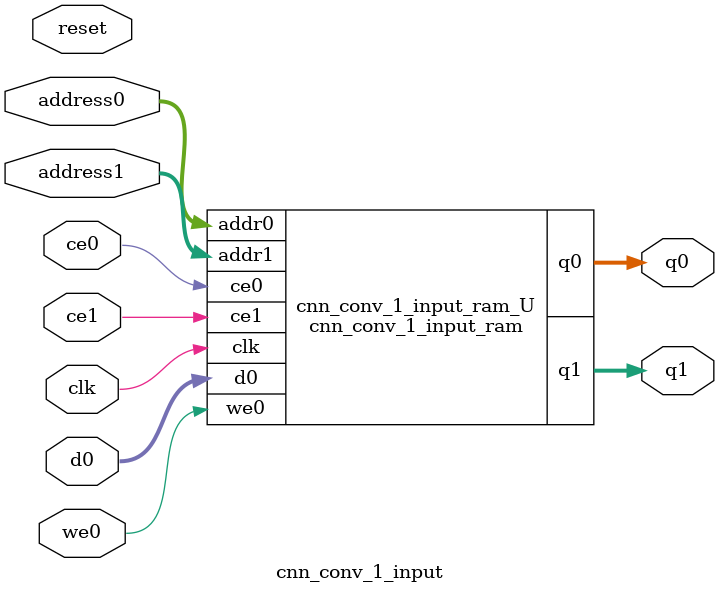
<source format=v>
`timescale 1 ns / 1 ps
module cnn_conv_1_input_ram (addr0, ce0, d0, we0, q0, addr1, ce1, q1,  clk);

parameter DWIDTH = 32;
parameter AWIDTH = 10;
parameter MEM_SIZE = 784;

input[AWIDTH-1:0] addr0;
input ce0;
input[DWIDTH-1:0] d0;
input we0;
output reg[DWIDTH-1:0] q0;
input[AWIDTH-1:0] addr1;
input ce1;
output reg[DWIDTH-1:0] q1;
input clk;

(* ram_style = "block" *)reg [DWIDTH-1:0] ram[0:MEM_SIZE-1];




always @(posedge clk)  
begin 
    if (ce0) 
    begin
        if (we0) 
        begin 
            ram[addr0] <= d0; 
        end 
        q0 <= ram[addr0];
    end
end


always @(posedge clk)  
begin 
    if (ce1) 
    begin
        q1 <= ram[addr1];
    end
end


endmodule

`timescale 1 ns / 1 ps
module cnn_conv_1_input(
    reset,
    clk,
    address0,
    ce0,
    we0,
    d0,
    q0,
    address1,
    ce1,
    q1);

parameter DataWidth = 32'd32;
parameter AddressRange = 32'd784;
parameter AddressWidth = 32'd10;
input reset;
input clk;
input[AddressWidth - 1:0] address0;
input ce0;
input we0;
input[DataWidth - 1:0] d0;
output[DataWidth - 1:0] q0;
input[AddressWidth - 1:0] address1;
input ce1;
output[DataWidth - 1:0] q1;



cnn_conv_1_input_ram cnn_conv_1_input_ram_U(
    .clk( clk ),
    .addr0( address0 ),
    .ce0( ce0 ),
    .we0( we0 ),
    .d0( d0 ),
    .q0( q0 ),
    .addr1( address1 ),
    .ce1( ce1 ),
    .q1( q1 ));

endmodule


</source>
